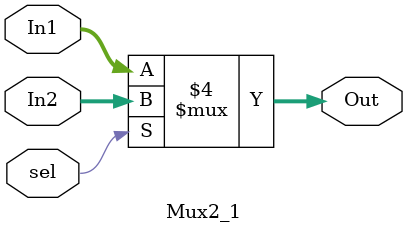
<source format=v>
`timescale 1ns / 1ps
module Mux2_1 (In1, In2, sel, Out);
parameter n=32;
// codes
  input [n - 1: 0] In1, In2;
  output reg [n - 1: 0] Out;
  input sel;
  
  always @ (*) begin
	if (sel == 1'b0) Out <= In1;
	else Out <= In2;
  end
endmodule

</source>
